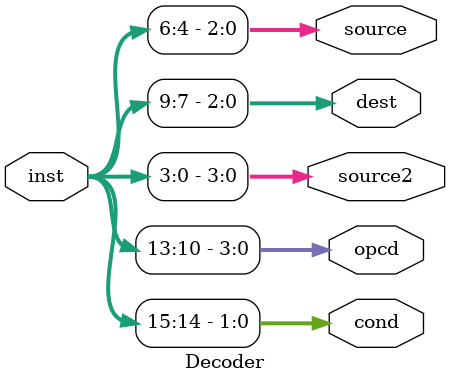
<source format=v>
/* ENGR 468 - Milestone #2 Memory
Decoder module
*/

module Decoder(inst, cond, opcd, dest, source, source2);

	input[15:0] inst; // 16 bit instruction input from ROM for decoding
	output reg [1:0] cond; // 2 bits MSG for condition
	output reg [3:0] opcd, source2; // op code and shift bits
	output reg [2:0] dest, source;  // 3bits desitination register (R7 max)
	
	always @(inst)
	begin
		cond = inst[15:14];
		opcd = inst[13:10];
		dest = inst[9:7];
		source = inst[6:4];
		source2 = inst[3:0];
	end
endmodule 


</source>
